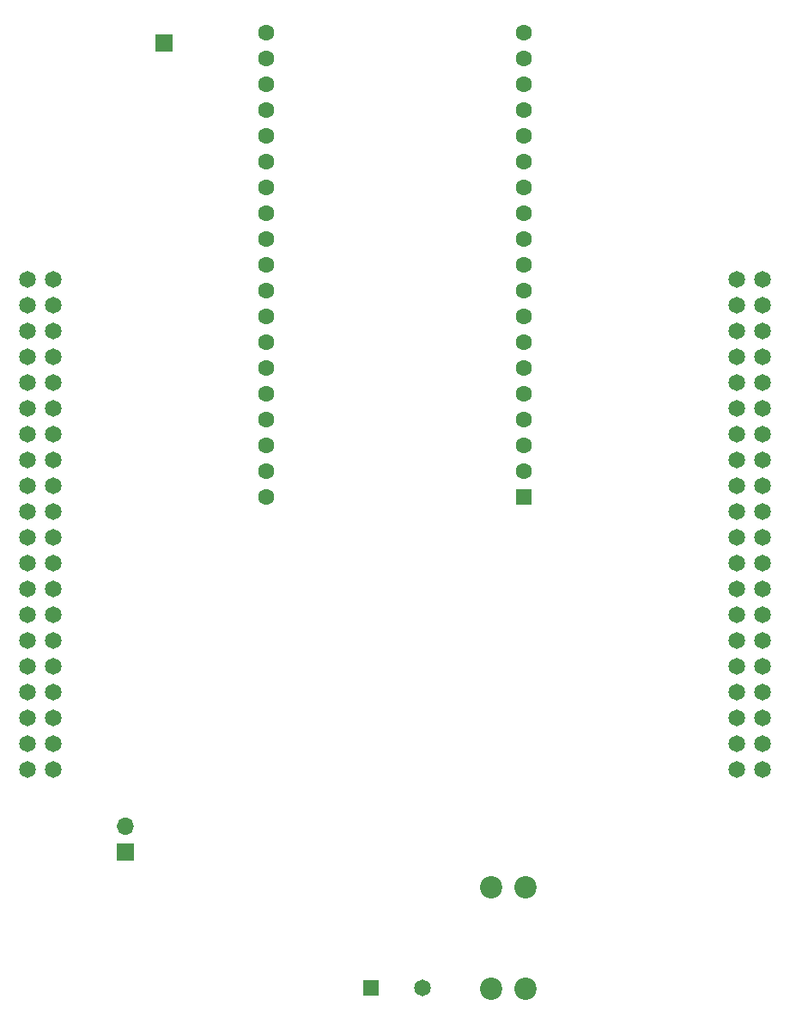
<source format=gbr>
%TF.GenerationSoftware,KiCad,Pcbnew,(5.1.9)-1*%
%TF.CreationDate,2023-04-15T18:22:43-04:00*%
%TF.ProjectId,ESP backpack,45535020-6261-4636-9b70-61636b2e6b69,rev?*%
%TF.SameCoordinates,Original*%
%TF.FileFunction,Soldermask,Bot*%
%TF.FilePolarity,Negative*%
%FSLAX46Y46*%
G04 Gerber Fmt 4.6, Leading zero omitted, Abs format (unit mm)*
G04 Created by KiCad (PCBNEW (5.1.9)-1) date 2023-04-15 18:22:43*
%MOMM*%
%LPD*%
G01*
G04 APERTURE LIST*
%ADD10O,1.700000X1.700000*%
%ADD11R,1.700000X1.700000*%
%ADD12C,2.200000*%
%ADD13R,1.650000X1.650000*%
%ADD14C,1.650000*%
%ADD15C,1.600000*%
%ADD16R,1.560000X1.560000*%
%ADD17C,1.651000*%
G04 APERTURE END LIST*
D10*
%TO.C,JReset1*%
X23408640Y-79689960D03*
D11*
X23408640Y-82229960D03*
%TD*%
%TO.C,J3*%
X27185620Y-2560320D03*
%TD*%
D12*
%TO.C,F1*%
X62853780Y-85749100D03*
X62853780Y-95669100D03*
X59453780Y-85749100D03*
X59453780Y-95669100D03*
%TD*%
D13*
%TO.C,5VDC_IN1*%
X47599600Y-95656400D03*
D14*
X52679600Y-95656400D03*
%TD*%
D15*
%TO.C,U1*%
X37300000Y-1540000D03*
X37300000Y-4080000D03*
X37300000Y-6620000D03*
X37300000Y-9160000D03*
X37300000Y-11700000D03*
X37300000Y-14240000D03*
X37300000Y-16780000D03*
X37300000Y-19320000D03*
X37300000Y-21860000D03*
X37300000Y-24400000D03*
X37300000Y-26940000D03*
X37300000Y-29480000D03*
X37300000Y-32020000D03*
X37300000Y-34560000D03*
X37300000Y-37100000D03*
X37300000Y-39640000D03*
X37300000Y-42180000D03*
X37300000Y-44720000D03*
X37300000Y-47260000D03*
X62700000Y-4080000D03*
X62700000Y-6620000D03*
X62700000Y-9160000D03*
X62700000Y-11700000D03*
X62700000Y-14240000D03*
X62700000Y-16780000D03*
X62700000Y-19320000D03*
X62700000Y-21860000D03*
X62700000Y-24400000D03*
X62700000Y-26940000D03*
X62700000Y-29480000D03*
X62700000Y-32020000D03*
X62700000Y-34560000D03*
X62700000Y-37100000D03*
X62700000Y-39640000D03*
X62700000Y-42180000D03*
X62700000Y-1540000D03*
X62700000Y-44720000D03*
D16*
X62700000Y-47260000D03*
%TD*%
D17*
%TO.C,J2*%
X83730000Y-25870000D03*
X86270000Y-25870000D03*
X83730000Y-28410000D03*
X86270000Y-28410000D03*
X83730000Y-30950000D03*
X86270000Y-30950000D03*
X83730000Y-33490000D03*
X86270000Y-33490000D03*
X83730000Y-36030000D03*
X86270000Y-36030000D03*
X83730000Y-38570000D03*
X86270000Y-38570000D03*
X83730000Y-41110000D03*
X86270000Y-41110000D03*
X83730000Y-43650000D03*
X86270000Y-43650000D03*
X83730000Y-46190000D03*
X86270000Y-46190000D03*
X83730000Y-48730000D03*
X86270000Y-48730000D03*
X83730000Y-51270000D03*
X86270000Y-51270000D03*
X83730000Y-53810000D03*
X86270000Y-53810000D03*
X83730000Y-56350000D03*
X86270000Y-56350000D03*
X83730000Y-58890000D03*
X86270000Y-58890000D03*
X83730000Y-61430000D03*
X86270000Y-61430000D03*
X83730000Y-63970000D03*
X86270000Y-63970000D03*
X83730000Y-66510000D03*
X86270000Y-66510000D03*
X83730000Y-69050000D03*
X86270000Y-69050000D03*
X83730000Y-71590000D03*
X86270000Y-71590000D03*
X83730000Y-74130000D03*
X86270000Y-74130000D03*
%TD*%
%TO.C,J1*%
X13730000Y-25870000D03*
X16270000Y-25870000D03*
X13730000Y-28410000D03*
X16270000Y-28410000D03*
X13730000Y-30950000D03*
X16270000Y-30950000D03*
X13730000Y-33490000D03*
X16270000Y-33490000D03*
X13730000Y-36030000D03*
X16270000Y-36030000D03*
X13730000Y-38570000D03*
X16270000Y-38570000D03*
X13730000Y-41110000D03*
X16270000Y-41110000D03*
X13730000Y-43650000D03*
X16270000Y-43650000D03*
X13730000Y-46190000D03*
X16270000Y-46190000D03*
X13730000Y-48730000D03*
X16270000Y-48730000D03*
X13730000Y-51270000D03*
X16270000Y-51270000D03*
X13730000Y-53810000D03*
X16270000Y-53810000D03*
X13730000Y-56350000D03*
X16270000Y-56350000D03*
X13730000Y-58890000D03*
X16270000Y-58890000D03*
X13730000Y-61430000D03*
X16270000Y-61430000D03*
X13730000Y-63970000D03*
X16270000Y-63970000D03*
X13730000Y-66510000D03*
X16270000Y-66510000D03*
X13730000Y-69050000D03*
X16270000Y-69050000D03*
X13730000Y-71590000D03*
X16270000Y-71590000D03*
X13730000Y-74130000D03*
X16270000Y-74130000D03*
%TD*%
M02*

</source>
